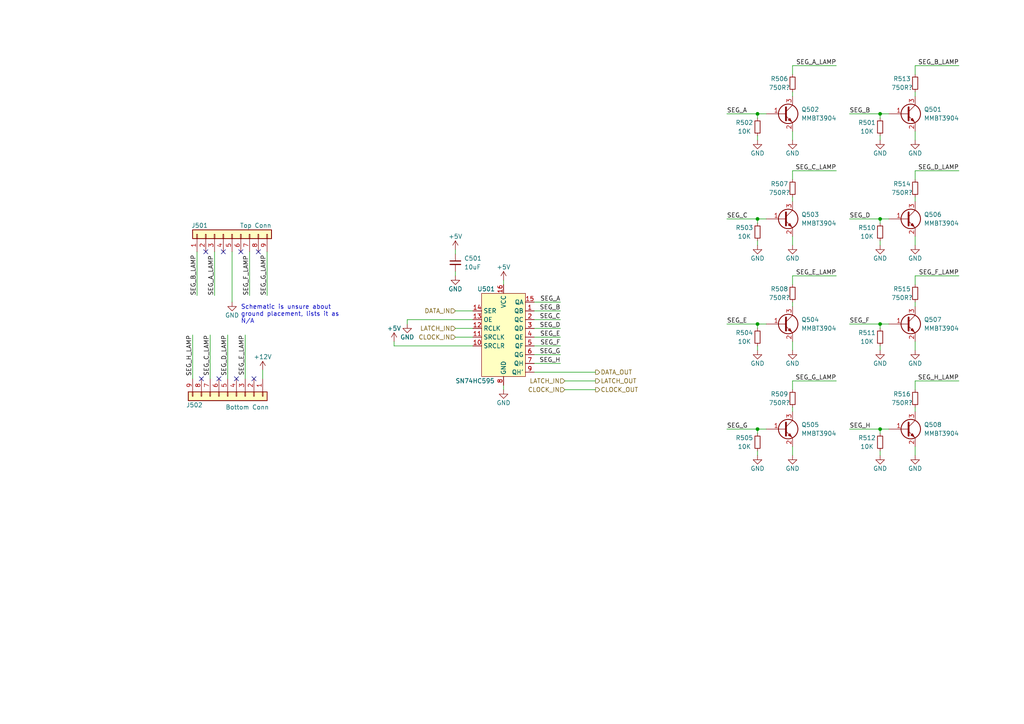
<source format=kicad_sch>
(kicad_sch (version 20211123) (generator eeschema)
  (paper "A4")
  (title_block (title "Days Without Incident Sign") (date "2022-06-24") (rev "v0.1-RC1") (company "FRC 1721"))
  (lib_symbols
    (symbol "Connector_Generic:Conn_01x09" (pin_names (offset 1.016) hide)
      (property "Reference" "J" (at 0 12.7 0))
      (property "Value" "Conn_01x09" (at 0 -12.7 0))
      (symbol "Conn_01x09_1_1"
        (rectangle (start -1.27 -10.033) (end 0 -10.287) (stroke (width 0.1524)))
        (rectangle (start -1.27 -7.493) (end 0 -7.747) (stroke (width 0.1524)))
        (rectangle (start -1.27 -4.953) (end 0 -5.207) (stroke (width 0.1524)))
        (rectangle (start -1.27 -2.413) (end 0 -2.667) (stroke (width 0.1524)))
        (rectangle (start -1.27 0.127) (end 0 -0.127) (stroke (width 0.1524)))
        (rectangle (start -1.27 2.667) (end 0 2.413) (stroke (width 0.1524)))
        (rectangle (start -1.27 5.207) (end 0 4.953) (stroke (width 0.1524)))
        (rectangle (start -1.27 7.747) (end 0 7.493) (stroke (width 0.1524)))
        (rectangle (start -1.27 10.287) (end 0 10.033) (stroke (width 0.1524)))
        (rectangle (start -1.27 11.43) (end 1.27 -11.43) (stroke (width 0.254)) (fill (type background)))
        (pin passive line (at -5.08 10.16 0) (length 3.81) (name "Pin_1") (number "1"))
        (pin passive line (at -5.08 7.62 0) (length 3.81) (name "Pin_2") (number "2"))
        (pin passive line (at -5.08 5.08 0) (length 3.81) (name "Pin_3") (number "3"))
        (pin passive line (at -5.08 2.54 0) (length 3.81) (name "Pin_4") (number "4"))
        (pin passive line (at -5.08 0 0) (length 3.81) (name "Pin_5") (number "5"))
        (pin passive line (at -5.08 -2.54 0) (length 3.81) (name "Pin_6") (number "6"))
        (pin passive line (at -5.08 -5.08 0) (length 3.81) (name "Pin_7") (number "7"))
        (pin passive line (at -5.08 -7.62 0) (length 3.81) (name "Pin_8") (number "8"))
        (pin passive line (at -5.08 -10.16 0) (length 3.81) (name "Pin_9") (number "9"))
      )
    )
    (symbol "Device:C_Small" (pin_numbers hide) (pin_names (offset 0.254) hide)
      (property "Reference" "C" (at 0.254 1.778 0))
      (property "Value" "C_Small" (at 0.254 -2.032 0))
      (symbol "C_Small_0_1"
        (polyline (pts (xy -1.524 -0.508) (xy 1.524 -0.508)) (stroke (width 0.3302)))
        (polyline (pts (xy -1.524 0.508) (xy 1.524 0.508)) (stroke (width 0.3048)))
      )
      (symbol "C_Small_1_1"
        (pin passive line (at 0 2.54 270) (length 2.032) (name "~") (number "1"))
        (pin passive line (at 0 -2.54 90) (length 2.032) (name "~") (number "2"))
      )
    )
    (symbol "Device:R_Small" (pin_numbers hide) (pin_names (offset 0.254) hide)
      (property "Reference" "R" (at 0.762 0.508 0))
      (property "Value" "R_Small" (at 0.762 -1.016 0))
      (symbol "R_Small_0_1"
        (rectangle (start -0.762 1.778) (end 0.762 -1.778) (stroke (width 0.2032)))
      )
      (symbol "R_Small_1_1"
        (pin passive line (at 0 2.54 270) (length 0.762) (name "~") (number "1"))
        (pin passive line (at 0 -2.54 90) (length 0.762) (name "~") (number "2"))
      )
    )
    (symbol "KenwoodFox:SN74HC595"
      (property "Reference" "U" (at -6.35 8.89 0))
      (property "Value" "SN74HC595" (at 7.62 -17.78 0))
      (symbol "SN74HC595_0_1"
        (rectangle (start -6.35 7.62) (end 6.35 -16.51) (fill (type background)))
      )
      (symbol "SN74HC595_1_1"
        (pin output line (at 8.89 2.54 180) (length 2.54) (name "QB") (number "1"))
        (pin input line (at -8.89 -7.62 0) (length 2.54) (name "SRCLR") (number "10"))
        (pin input line (at -8.89 -5.08 0) (length 2.54) (name "SRCLK") (number "11"))
        (pin input line (at -8.89 -2.54 0) (length 2.54) (name "RCLK") (number "12"))
        (pin input line (at -8.89 0 0) (length 2.54) (name "OE") (number "13"))
        (pin input line (at -8.89 2.54 0) (length 2.54) (name "SER") (number "14"))
        (pin output line (at 8.89 5.08 180) (length 2.54) (name "QA") (number "15"))
        (pin power_in line (at 0 10.16 270) (length 2.54) (name "VCC") (number "16"))
        (pin output line (at 8.89 0 180) (length 2.54) (name "QC") (number "2"))
        (pin output line (at 8.89 -2.54 180) (length 2.54) (name "QD") (number "3"))
        (pin output line (at 8.89 -5.08 180) (length 2.54) (name "QE") (number "4"))
        (pin output line (at 8.89 -7.62 180) (length 2.54) (name "QF") (number "5"))
        (pin output line (at 8.89 -10.16 180) (length 2.54) (name "QG") (number "6"))
        (pin output line (at 8.89 -12.7 180) (length 2.54) (name "QH") (number "7"))
        (pin power_in line (at 0 -19.05 90) (length 2.54) (name "GND") (number "8"))
        (pin output line (at 8.89 -15.24 180) (length 2.54) (name "QH'") (number "9"))
      )
    )
    (symbol "Transistor_BJT:MMBT3904" (pin_names (offset 0) hide)
      (property "Reference" "Q" (at 5.08 1.905 0))
      (property "Value" "MMBT3904" (at 5.08 0 0))
      (symbol "MMBT3904_0_1"
        (polyline (pts (xy 0.635 0.635) (xy 2.54 2.54)))
        (polyline (pts (xy 0.635 -0.635) (xy 2.54 -2.54) (xy 2.54 -2.54)))
        (polyline (pts (xy 0.635 1.905) (xy 0.635 -1.905) (xy 0.635 -1.905)) (stroke (width 0.508)))
        (polyline (pts (xy 1.27 -1.778) (xy 1.778 -1.27) (xy 2.286 -2.286) (xy 1.27 -1.778) (xy 1.27 -1.778)) (fill (type outline)))
        (circle (center 1.27 0) (radius 2.8194) (stroke (width 0.254)))
      )
      (symbol "MMBT3904_1_1"
        (pin input line (at -5.08 0 0) (length 5.715) (name "B") (number "1"))
        (pin passive line (at 2.54 -5.08 90) (length 2.54) (name "E") (number "2"))
        (pin passive line (at 2.54 5.08 270) (length 2.54) (name "C") (number "3"))
      )
    )
    (symbol "power:+12V" (power) (pin_names (offset 0))
      (property "Value" "+12V" (at 0 3.556 0))
      (symbol "+12V_0_1"
        (polyline (pts (xy -0.762 1.27) (xy 0 2.54)))
        (polyline (pts (xy 0 0) (xy 0 2.54)))
        (polyline (pts (xy 0 2.54) (xy 0.762 1.27)))
      )
      (symbol "+12V_1_1"
        (pin power_in line (at 0 0 90) (length 0) hide (name "+12V") (number "1"))
      )
    )
    (symbol "power:+5V" (power) (pin_names (offset 0))
      (property "Value" "+5V" (at 0 3.556 0))
      (symbol "+5V_0_1"
        (polyline (pts (xy -0.762 1.27) (xy 0 2.54)))
        (polyline (pts (xy 0 0) (xy 0 2.54)))
        (polyline (pts (xy 0 2.54) (xy 0.762 1.27)))
      )
      (symbol "+5V_1_1"
        (pin power_in line (at 0 0 90) (length 0) hide (name "+5V") (number "1"))
      )
    )
    (symbol "power:GND" (power) (pin_names (offset 0))
      (property "Value" "GND" (at 0 -3.81 0))
      (symbol "GND_0_1"
        (polyline (pts (xy 0 0) (xy 0 -1.27) (xy 1.27 -1.27) (xy 0 -2.54) (xy -1.27 -1.27) (xy 0 -1.27)))
      )
      (symbol "GND_1_1"
        (pin power_in line (at 0 0 270) (length 0) hide (name "GND") (number "1"))
      )
    )
  )
  (junction (at 219.71 93.98))
  (junction (at 255.27 33.02))
  (junction (at 219.71 124.46))
  (junction (at 255.27 124.46))
  (junction (at 219.71 63.5))
  (junction (at 219.71 33.02))
  (junction (at 255.27 63.5))
  (junction (at 255.27 93.98))
  (no_connect (at 69.85 73.025))
  (no_connect (at 74.93 73.025))
  (no_connect (at 59.69 73.025))
  (no_connect (at 58.42 109.855))
  (no_connect (at 68.58 109.855))
  (no_connect (at 63.5 109.855))
  (no_connect (at 73.66 109.855))
  (no_connect (at 64.77 73.025))
  (wire (pts (xy 242.57 19.05) (xy 229.87 19.05)))
  (wire (pts (xy 229.87 19.05) (xy 229.87 21.59)))
  (wire (pts (xy 265.43 118.11) (xy 265.43 119.38)))
  (wire (pts (xy 77.47 85.725) (xy 77.47 73.025)))
  (wire (pts (xy 229.87 68.58) (xy 229.87 71.12)))
  (wire (pts (xy 246.38 124.46) (xy 255.27 124.46)))
  (wire (pts (xy 219.71 33.02) (xy 222.25 33.02)))
  (wire (pts (xy 210.82 63.5) (xy 219.71 63.5)))
  (wire (pts (xy 265.43 57.15) (xy 265.43 58.42)))
  (wire (pts (xy 219.71 39.37) (xy 219.71 40.64)))
  (wire (pts (xy 162.56 90.17) (xy 154.94 90.17)))
  (wire (pts (xy 246.38 93.98) (xy 255.27 93.98)))
  (wire (pts (xy 265.43 80.01) (xy 265.43 82.55)))
  (wire (pts (xy 246.38 33.02) (xy 255.27 33.02)))
  (wire (pts (xy 162.56 87.63) (xy 154.94 87.63)))
  (wire (pts (xy 162.56 95.25) (xy 154.94 95.25)))
  (wire (pts (xy 55.88 97.155) (xy 55.88 109.855)))
  (wire (pts (xy 219.71 130.81) (xy 219.71 132.08)))
  (wire (pts (xy 57.15 85.725) (xy 57.15 73.025)))
  (wire (pts (xy 265.43 19.05) (xy 265.43 21.59)))
  (wire (pts (xy 132.08 72.39) (xy 132.08 73.66)))
  (wire (pts (xy 146.05 81.28) (xy 146.05 82.55)))
  (wire (pts (xy 71.12 97.155) (xy 71.12 109.855)))
  (wire (pts (xy 219.71 69.85) (xy 219.71 71.12)))
  (wire (pts (xy 62.23 85.725) (xy 62.23 73.025)))
  (wire (pts (xy 162.56 97.79) (xy 154.94 97.79)))
  (wire (pts (xy 219.71 124.46) (xy 222.25 124.46)))
  (wire (pts (xy 229.87 87.63) (xy 229.87 88.9)))
  (wire (pts (xy 219.71 63.5) (xy 222.25 63.5)))
  (wire (pts (xy 162.56 92.71) (xy 154.94 92.71)))
  (wire (pts (xy 255.27 124.46) (xy 255.27 125.73)))
  (wire (pts (xy 229.87 80.01) (xy 229.87 82.55)))
  (wire (pts (xy 162.56 105.41) (xy 154.94 105.41)))
  (wire (pts (xy 229.87 49.53) (xy 229.87 52.07)))
  (wire (pts (xy 229.87 26.67) (xy 229.87 27.94)))
  (wire (pts (xy 146.05 111.76) (xy 146.05 113.03)))
  (wire (pts (xy 172.72 107.95) (xy 154.94 107.95)))
  (wire (pts (xy 246.38 63.5) (xy 255.27 63.5)))
  (wire (pts (xy 219.71 100.33) (xy 219.71 101.6)))
  (wire (pts (xy 255.27 100.33) (xy 255.27 101.6)))
  (wire (pts (xy 255.27 39.37) (xy 255.27 40.64)))
  (wire (pts (xy 114.3 100.33) (xy 137.16 100.33)))
  (wire (pts (xy 265.43 110.49) (xy 265.43 113.03)))
  (wire (pts (xy 162.56 100.33) (xy 154.94 100.33)))
  (wire (pts (xy 219.71 93.98) (xy 222.25 93.98)))
  (wire (pts (xy 67.31 87.63) (xy 67.31 73.025)))
  (wire (pts (xy 265.43 49.53) (xy 265.43 52.07)))
  (wire (pts (xy 219.71 63.5) (xy 219.71 64.77)))
  (wire (pts (xy 118.11 92.71) (xy 118.11 93.98)))
  (wire (pts (xy 255.27 69.85) (xy 255.27 71.12)))
  (wire (pts (xy 265.43 26.67) (xy 265.43 27.94)))
  (wire (pts (xy 255.27 33.02) (xy 257.81 33.02)))
  (wire (pts (xy 255.27 63.5) (xy 257.81 63.5)))
  (wire (pts (xy 278.13 80.01) (xy 265.43 80.01)))
  (wire (pts (xy 265.43 87.63) (xy 265.43 88.9)))
  (wire (pts (xy 242.57 80.01) (xy 229.87 80.01)))
  (wire (pts (xy 132.08 90.17) (xy 137.16 90.17)))
  (wire (pts (xy 132.08 95.25) (xy 137.16 95.25)))
  (wire (pts (xy 162.56 102.87) (xy 154.94 102.87)))
  (wire (pts (xy 219.71 93.98) (xy 219.71 95.25)))
  (wire (pts (xy 229.87 110.49) (xy 229.87 113.03)))
  (wire (pts (xy 219.71 124.46) (xy 219.71 125.73)))
  (wire (pts (xy 210.82 124.46) (xy 219.71 124.46)))
  (wire (pts (xy 265.43 99.06) (xy 265.43 101.6)))
  (wire (pts (xy 210.82 33.02) (xy 219.71 33.02)))
  (wire (pts (xy 163.83 110.49) (xy 172.72 110.49)))
  (wire (pts (xy 255.27 130.81) (xy 255.27 132.08)))
  (wire (pts (xy 229.87 99.06) (xy 229.87 101.6)))
  (wire (pts (xy 114.3 99.06) (xy 114.3 100.33)))
  (wire (pts (xy 255.27 124.46) (xy 257.81 124.46)))
  (wire (pts (xy 60.96 97.155) (xy 60.96 109.855)))
  (wire (pts (xy 229.87 38.1) (xy 229.87 40.64)))
  (wire (pts (xy 229.87 110.49) (xy 242.57 110.49)))
  (wire (pts (xy 132.08 80.01) (xy 132.08 78.74)))
  (wire (pts (xy 278.13 19.05) (xy 265.43 19.05)))
  (wire (pts (xy 265.43 38.1) (xy 265.43 40.64)))
  (wire (pts (xy 229.87 118.11) (xy 229.87 119.38)))
  (wire (pts (xy 229.87 57.15) (xy 229.87 58.42)))
  (wire (pts (xy 255.27 93.98) (xy 257.81 93.98)))
  (wire (pts (xy 132.08 97.79) (xy 137.16 97.79)))
  (wire (pts (xy 66.04 97.155) (xy 66.04 109.855)))
  (wire (pts (xy 255.27 93.98) (xy 255.27 95.25)))
  (wire (pts (xy 242.57 49.53) (xy 229.87 49.53)))
  (wire (pts (xy 265.43 129.54) (xy 265.43 132.08)))
  (wire (pts (xy 255.27 33.02) (xy 255.27 34.29)))
  (wire (pts (xy 255.27 63.5) (xy 255.27 64.77)))
  (wire (pts (xy 278.13 49.53) (xy 265.43 49.53)))
  (wire (pts (xy 72.39 85.725) (xy 72.39 73.025)))
  (wire (pts (xy 278.13 110.49) (xy 265.43 110.49)))
  (wire (pts (xy 265.43 68.58) (xy 265.43 71.12)))
  (wire (pts (xy 219.71 33.02) (xy 219.71 34.29)))
  (wire (pts (xy 229.87 129.54) (xy 229.87 132.08)))
  (wire (pts (xy 210.82 93.98) (xy 219.71 93.98)))
  (wire (pts (xy 163.83 113.03) (xy 172.72 113.03)))
  (wire (pts (xy 76.2 107.315) (xy 76.2 109.855)))
  (wire (pts (xy 137.16 92.71) (xy 118.11 92.71)))
  (text "Schematic is unsure about\nground placement, lists it as\nN/A" (at 69.85 93.98 0) (effects (font (size 1.27 1.27)) (justify left bottom)))
  (label "SEG_E_LAMP" (at 242.57 80.01 180))
  (label "SEG_B_LAMP" (at 57.15 85.725 90))
  (label "SEG_B" (at 162.56 90.17 180))
  (label "SEG_A_LAMP" (at 62.23 85.725 90))
  (label "SEG_C_LAMP" (at 242.57 49.53 180))
  (label "SEG_A_LAMP" (at 242.57 19.05 180))
  (label "SEG_H" (at 246.38 124.46 0))
  (label "SEG_F" (at 162.56 100.33 180))
  (label "SEG_H" (at 162.56 105.41 180))
  (label "SEG_D_LAMP" (at 66.04 97.155 270))
  (label "SEG_D" (at 162.56 95.25 180))
  (label "SEG_H_LAMP" (at 278.13 110.49 180))
  (label "SEG_E_LAMP" (at 71.12 97.155 270))
  (label "SEG_E" (at 162.56 97.79 180))
  (label "SEG_D" (at 246.38 63.5 0))
  (label "SEG_F_LAMP" (at 72.39 85.725 90))
  (label "SEG_B" (at 246.38 33.02 0))
  (label "SEG_G_LAMP" (at 242.57 110.49 180))
  (label "SEG_H_LAMP" (at 55.88 97.155 270))
  (label "SEG_F" (at 246.38 93.98 0))
  (label "SEG_G" (at 162.56 102.87 180))
  (label "SEG_F_LAMP" (at 278.13 80.01 180))
  (label "SEG_C" (at 210.82 63.5 0))
  (label "SEG_G_LAMP" (at 77.47 85.725 90))
  (label "SEG_A" (at 210.82 33.02 0))
  (label "SEG_B_LAMP" (at 278.13 19.05 180))
  (label "SEG_E" (at 210.82 93.98 0))
  (label "SEG_G" (at 210.82 124.46 0))
  (label "SEG_C_LAMP" (at 60.96 97.155 270))
  (label "SEG_A" (at 162.56 87.63 180))
  (label "SEG_D_LAMP" (at 278.13 49.53 180))
  (label "SEG_C" (at 162.56 92.71 180))
  (hierarchical_label "DATA_IN" (shape input) (at 132.08 90.17 180))
  (hierarchical_label "CLOCK_OUT" (shape output) (at 172.72 113.03 0))
  (hierarchical_label "CLOCK_IN" (shape input) (at 132.08 97.79 180))
  (hierarchical_label "DATA_OUT" (shape output) (at 172.72 107.95 0))
  (hierarchical_label "LATCH_IN" (shape input) (at 132.08 95.25 180))
  (hierarchical_label "LATCH_IN" (shape input) (at 163.83 110.49 180))
  (hierarchical_label "CLOCK_IN" (shape input) (at 163.83 113.03 180))
  (hierarchical_label "LATCH_OUT" (shape output) (at 172.72 110.49 0))
  (symbol (lib_id "power:+12V") (at 76.2 107.315 0) (unit 1)
    (property "Reference" "#PWR0151" (effects hide))
    (property "Value" "+12V" (at 76.2 103.505 0))
  )
  (symbol (lib_id "Transistor_BJT:MMBT3904") (at 227.33 93.98 0) (unit 1)
    (property "Reference" "Q504" (at 232.41 92.7099 0) (effects (justify left)))
    (property "Value" "MMBT3904" (at 232.41 95.2499 0) (effects (justify left)))
    (property "Footprint" "Package_TO_SOT_SMD:SOT-23" (effects hide))
    (property "Datasheet" "https://www.onsemi.com/pub/Collateral/2N3903-D.PDF" (effects hide))
  )
  (symbol (lib_id "Transistor_BJT:MMBT3904") (at 262.89 33.02 0) (unit 1)
    (property "Reference" "Q501" (at 267.97 31.7499 0) (effects (justify left)))
    (property "Value" "MMBT3904" (at 267.97 34.2899 0) (effects (justify left)))
    (property "Footprint" "Package_TO_SOT_SMD:SOT-23" (effects hide))
    (property "Datasheet" "https://www.onsemi.com/pub/Collateral/2N3903-D.PDF" (effects hide))
  )
  (symbol (lib_id "Device:R_Small") (at 255.27 128.27 0) (unit 1)
    (property "Reference" "R512" (at 251.46 127 0))
    (property "Value" "10K" (at 251.46 129.54 0))
    (property "Footprint" "Resistor_SMD:R_0805_2012Metric" (effects hide))
  )
  (symbol (lib_id "power:GND") (at 265.43 71.12 0) (unit 1)
    (property "Reference" "#PWR0512" (effects hide))
    (property "Value" "GND" (at 265.43 74.93 0))
  )
  (symbol (lib_id "power:GND") (at 255.27 40.64 0) (unit 1)
    (property "Reference" "#PWR0144" (effects hide))
    (property "Value" "GND" (at 255.27 44.45 0))
  )
  (symbol (lib_id "Device:C_Small") (at 132.08 76.2 0) (unit 1)
    (property "Reference" "C501" (at 134.62 74.9362 0) (effects (justify left)))
    (property "Value" "10uF" (at 134.62 77.4762 0) (effects (justify left)))
    (property "Footprint" "Capacitor_SMD:C_0805_2012Metric" (effects hide))
  )
  (symbol (lib_id "power:GND") (at 255.27 71.12 0) (unit 1)
    (property "Reference" "#PWR0509" (effects hide))
    (property "Value" "GND" (at 255.27 74.93 0))
  )
  (symbol (lib_id "Device:R_Small") (at 219.71 36.83 0) (unit 1)
    (property "Reference" "R502" (at 215.9 35.56 0))
    (property "Value" "10K" (at 215.9 38.1 0))
    (property "Footprint" "Resistor_SMD:R_0805_2012Metric" (effects hide))
  )
  (symbol (lib_id "power:GND") (at 219.71 71.12 0) (unit 1)
    (property "Reference" "#PWR0502" (effects hide))
    (property "Value" "GND" (at 219.71 74.93 0))
  )
  (symbol (lib_id "power:GND") (at 219.71 101.6 0) (unit 1)
    (property "Reference" "#PWR0503" (effects hide))
    (property "Value" "GND" (at 219.71 105.41 0))
  )
  (symbol (lib_id "Connector_Generic:Conn_01x09") (at 67.31 67.945 90) (unit 1)
    (property "Reference" "J501" (at 60.325 65.405 90) (effects (justify left)))
    (property "Value" "Top Conn" (at 78.74 65.405 90) (effects (justify left)))
    (property "Footprint" "Connector_PinSocket_2.54mm:PinSocket_1x09_P2.54mm_Vertical" (effects hide))
  )
  (symbol (lib_id "Device:R_Small") (at 219.71 67.31 0) (unit 1)
    (property "Reference" "R503" (at 215.9 66.04 0))
    (property "Value" "10K" (at 215.9 68.58 0))
    (property "Footprint" "Resistor_SMD:R_0805_2012Metric" (effects hide))
  )
  (symbol (lib_id "power:GND") (at 229.87 71.12 0) (unit 1)
    (property "Reference" "#PWR0506" (effects hide))
    (property "Value" "GND" (at 229.87 74.93 0))
  )
  (symbol (lib_id "KenwoodFox:SN74HC595") (at 146.05 92.71 0) (unit 1)
    (property "Reference" "U501" (at 138.43 83.82 0) (effects (justify left)))
    (property "Value" "SN74HC595" (at 132.08 110.49 0) (effects (justify left)))
    (property "Footprint" "KenwoodFox:SN74HC595" (effects hide))
  )
  (symbol (lib_id "Transistor_BJT:MMBT3904") (at 262.89 63.5 0) (unit 1)
    (property "Reference" "Q506" (at 267.97 62.2299 0) (effects (justify left)))
    (property "Value" "MMBT3904" (at 267.97 64.7699 0) (effects (justify left)))
    (property "Footprint" "Package_TO_SOT_SMD:SOT-23" (effects hide))
    (property "Datasheet" "https://www.onsemi.com/pub/Collateral/2N3903-D.PDF" (effects hide))
  )
  (symbol (lib_id "power:GND") (at 219.71 40.64 0) (unit 1)
    (property "Reference" "#PWR0501" (effects hide))
    (property "Value" "GND" (at 219.71 44.45 0))
  )
  (symbol (lib_id "Transistor_BJT:MMBT3904") (at 262.89 93.98 0) (unit 1)
    (property "Reference" "Q507" (at 267.97 92.7099 0) (effects (justify left)))
    (property "Value" "MMBT3904" (at 267.97 95.2499 0) (effects (justify left)))
    (property "Footprint" "Package_TO_SOT_SMD:SOT-23" (effects hide))
    (property "Datasheet" "https://www.onsemi.com/pub/Collateral/2N3903-D.PDF" (effects hide))
  )
  (symbol (lib_id "Transistor_BJT:MMBT3904") (at 227.33 63.5 0) (unit 1)
    (property "Reference" "Q503" (at 232.41 62.2299 0) (effects (justify left)))
    (property "Value" "MMBT3904" (at 232.41 64.7699 0) (effects (justify left)))
    (property "Footprint" "Package_TO_SOT_SMD:SOT-23" (effects hide))
    (property "Datasheet" "https://www.onsemi.com/pub/Collateral/2N3903-D.PDF" (effects hide))
  )
  (symbol (lib_id "power:GND") (at 146.05 113.03 0) (unit 1)
    (property "Reference" "#PWR0126" (effects hide))
    (property "Value" "GND" (at 146.05 116.84 0))
  )
  (symbol (lib_id "power:GND") (at 132.08 80.01 0) (unit 1)
    (property "Reference" "#PWR0130" (effects hide))
    (property "Value" "GND" (at 132.08 83.82 0))
  )
  (symbol (lib_id "Device:R_Small") (at 265.43 54.61 0) (unit 1)
    (property "Reference" "R514" (at 261.62 53.34 0))
    (property "Value" "750R?" (at 261.62 55.88 0))
    (property "Footprint" "Resistor_SMD:R_0805_2012Metric" (effects hide))
  )
  (symbol (lib_id "Device:R_Small") (at 229.87 115.57 0) (unit 1)
    (property "Reference" "R509" (at 226.06 114.3 0))
    (property "Value" "750R?" (at 226.06 116.84 0))
    (property "Footprint" "Resistor_SMD:R_0805_2012Metric" (effects hide))
  )
  (symbol (lib_id "power:GND") (at 229.87 40.64 0) (unit 1)
    (property "Reference" "#PWR0505" (effects hide))
    (property "Value" "GND" (at 229.87 44.45 0))
  )
  (symbol (lib_id "Device:R_Small") (at 219.71 128.27 0) (unit 1)
    (property "Reference" "R505" (at 215.9 127 0))
    (property "Value" "10K" (at 215.9 129.54 0))
    (property "Footprint" "Resistor_SMD:R_0805_2012Metric" (effects hide))
  )
  (symbol (lib_id "Device:R_Small") (at 229.87 24.13 0) (unit 1)
    (property "Reference" "R506" (at 226.06 22.86 0))
    (property "Value" "750R?" (at 226.06 25.4 0))
    (property "Footprint" "Resistor_SMD:R_0805_2012Metric" (effects hide))
  )
  (symbol (lib_id "power:GND") (at 219.71 132.08 0) (unit 1)
    (property "Reference" "#PWR0504" (effects hide))
    (property "Value" "GND" (at 219.71 135.89 0))
  )
  (symbol (lib_id "Device:R_Small") (at 265.43 85.09 0) (unit 1)
    (property "Reference" "R515" (at 261.62 83.82 0))
    (property "Value" "750R?" (at 261.62 86.36 0))
    (property "Footprint" "Resistor_SMD:R_0805_2012Metric" (effects hide))
  )
  (symbol (lib_id "power:GND") (at 67.31 87.63 0) (unit 1)
    (property "Reference" "#PWR0150" (effects hide))
    (property "Value" "GND" (at 67.31 91.44 0))
  )
  (symbol (lib_id "power:GND") (at 229.87 132.08 0) (unit 1)
    (property "Reference" "#PWR0508" (effects hide))
    (property "Value" "GND" (at 229.87 135.89 0))
  )
  (symbol (lib_id "power:GND") (at 255.27 101.6 0) (unit 1)
    (property "Reference" "#PWR0510" (effects hide))
    (property "Value" "GND" (at 255.27 105.41 0))
  )
  (symbol (lib_id "Device:R_Small") (at 265.43 24.13 0) (unit 1)
    (property "Reference" "R513" (at 261.62 22.86 0))
    (property "Value" "750R?" (at 261.62 25.4 0))
    (property "Footprint" "Resistor_SMD:R_0805_2012Metric" (effects hide))
  )
  (symbol (lib_id "power:+5V") (at 114.3 99.06 0) (unit 1)
    (property "Reference" "#PWR0127" (effects hide))
    (property "Value" "+5V" (at 114.3 95.25 0))
  )
  (symbol (lib_id "Device:R_Small") (at 255.27 36.83 0) (unit 1)
    (property "Reference" "R501" (at 251.46 35.56 0))
    (property "Value" "10K" (at 251.46 38.1 0))
    (property "Footprint" "Resistor_SMD:R_0805_2012Metric" (effects hide))
  )
  (symbol (lib_id "Transistor_BJT:MMBT3904") (at 227.33 33.02 0) (unit 1)
    (property "Reference" "Q502" (at 232.41 31.7499 0) (effects (justify left)))
    (property "Value" "MMBT3904" (at 232.41 34.2899 0) (effects (justify left)))
    (property "Footprint" "Package_TO_SOT_SMD:SOT-23" (effects hide))
    (property "Datasheet" "https://www.onsemi.com/pub/Collateral/2N3903-D.PDF" (effects hide))
  )
  (symbol (lib_id "power:GND") (at 118.11 93.98 0) (unit 1)
    (property "Reference" "#PWR0128" (effects hide))
    (property "Value" "GND" (at 118.11 97.79 0))
  )
  (symbol (lib_id "Device:R_Small") (at 229.87 54.61 0) (unit 1)
    (property "Reference" "R507" (at 226.06 53.34 0))
    (property "Value" "750R?" (at 226.06 55.88 0))
    (property "Footprint" "Resistor_SMD:R_0805_2012Metric" (effects hide))
  )
  (symbol (lib_id "Device:R_Small") (at 229.87 85.09 0) (unit 1)
    (property "Reference" "R508" (at 226.06 83.82 0))
    (property "Value" "750R?" (at 226.06 86.36 0))
    (property "Footprint" "Resistor_SMD:R_0805_2012Metric" (effects hide))
  )
  (symbol (lib_id "power:+5V") (at 146.05 81.28 0) (unit 1)
    (property "Reference" "#PWR0125" (effects hide))
    (property "Value" "+5V" (at 146.05 77.47 0))
  )
  (symbol (lib_id "Transistor_BJT:MMBT3904") (at 262.89 124.46 0) (unit 1)
    (property "Reference" "Q508" (at 267.97 123.1899 0) (effects (justify left)))
    (property "Value" "MMBT3904" (at 267.97 125.7299 0) (effects (justify left)))
    (property "Footprint" "Package_TO_SOT_SMD:SOT-23" (effects hide))
    (property "Datasheet" "https://www.onsemi.com/pub/Collateral/2N3903-D.PDF" (effects hide))
  )
  (symbol (lib_id "Transistor_BJT:MMBT3904") (at 227.33 124.46 0) (unit 1)
    (property "Reference" "Q505" (at 232.41 123.1899 0) (effects (justify left)))
    (property "Value" "MMBT3904" (at 232.41 125.7299 0) (effects (justify left)))
    (property "Footprint" "Package_TO_SOT_SMD:SOT-23" (effects hide))
    (property "Datasheet" "https://www.onsemi.com/pub/Collateral/2N3903-D.PDF" (effects hide))
  )
  (symbol (lib_id "power:GND") (at 229.87 101.6 0) (unit 1)
    (property "Reference" "#PWR0507" (effects hide))
    (property "Value" "GND" (at 229.87 105.41 0))
  )
  (symbol (lib_id "Connector_Generic:Conn_01x09") (at 66.04 114.935 270) (unit 1)
    (property "Reference" "J502" (at 53.975 117.475 90) (effects (justify left)))
    (property "Value" "Bottom Conn" (at 65.405 118.11 90) (effects (justify left)))
    (property "Footprint" "Connector_PinSocket_2.54mm:PinSocket_1x09_P2.54mm_Vertical" (effects hide))
  )
  (symbol (lib_id "power:GND") (at 255.27 132.08 0) (unit 1)
    (property "Reference" "#PWR0511" (effects hide))
    (property "Value" "GND" (at 255.27 135.89 0))
  )
  (symbol (lib_id "power:+5V") (at 132.08 72.39 0) (unit 1)
    (property "Reference" "#PWR0129" (effects hide))
    (property "Value" "+5V" (at 132.08 68.58 0))
  )
  (symbol (lib_id "Device:R_Small") (at 265.43 115.57 0) (unit 1)
    (property "Reference" "R516" (at 261.62 114.3 0))
    (property "Value" "750R?" (at 261.62 116.84 0))
    (property "Footprint" "Resistor_SMD:R_0805_2012Metric" (effects hide))
  )
  (symbol (lib_id "power:GND") (at 265.43 132.08 0) (unit 1)
    (property "Reference" "#PWR0514" (effects hide))
    (property "Value" "GND" (at 265.43 135.89 0))
  )
  (symbol (lib_id "power:GND") (at 265.43 40.64 0) (unit 1)
    (property "Reference" "#PWR0145" (effects hide))
    (property "Value" "GND" (at 265.43 44.45 0))
  )
  (symbol (lib_id "Device:R_Small") (at 255.27 97.79 0) (unit 1)
    (property "Reference" "R511" (at 251.46 96.52 0))
    (property "Value" "10K" (at 251.46 99.06 0))
    (property "Footprint" "Resistor_SMD:R_0805_2012Metric" (effects hide))
  )
  (symbol (lib_id "Device:R_Small") (at 255.27 67.31 0) (unit 1)
    (property "Reference" "R510" (at 251.46 66.04 0))
    (property "Value" "10K" (at 251.46 68.58 0))
    (property "Footprint" "Resistor_SMD:R_0805_2012Metric" (effects hide))
  )
  (symbol (lib_id "power:GND") (at 265.43 101.6 0) (unit 1)
    (property "Reference" "#PWR0513" (effects hide))
    (property "Value" "GND" (at 265.43 105.41 0))
  )
  (symbol (lib_id "Device:R_Small") (at 219.71 97.79 0) (unit 1)
    (property "Reference" "R504" (at 215.9 96.52 0))
    (property "Value" "10K" (at 215.9 99.06 0))
    (property "Footprint" "Resistor_SMD:R_0805_2012Metric" (effects hide))
  )
)
</source>
